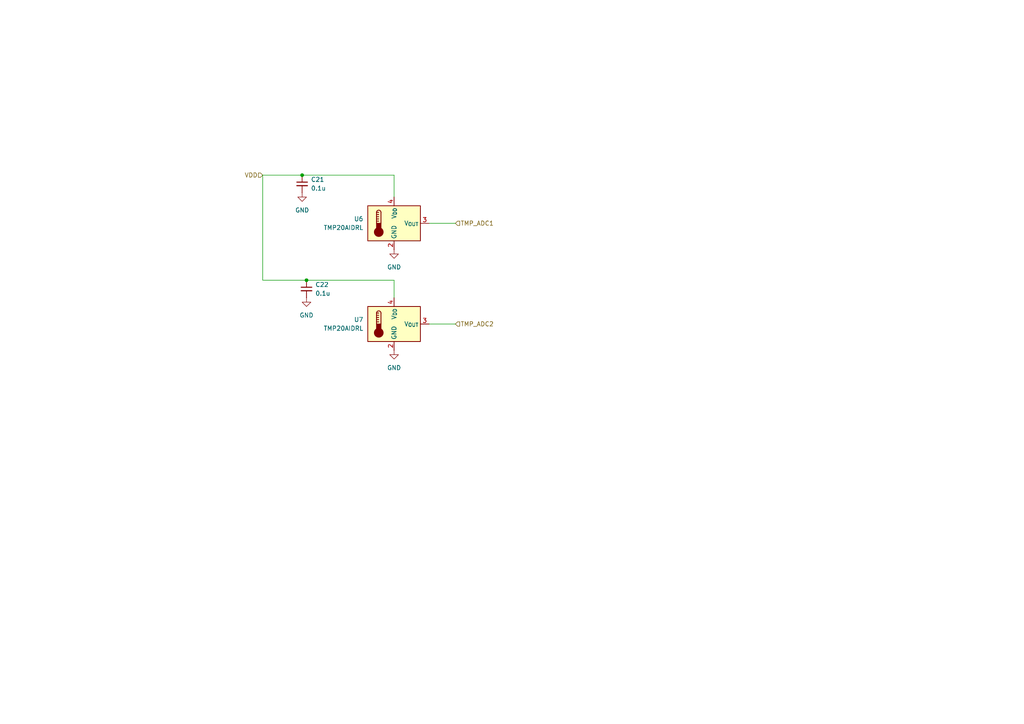
<source format=kicad_sch>
(kicad_sch (version 20250114) (generator "eeschema") (generator_version "9.0")
  (paper "A4")
  (lib_symbols
    (symbol "Device:C_Small" (pin_numbers (hide yes)) (pin_names (offset 0.254) (hide yes))
      (property "Reference" "C" (at 0.254 1.778 0))
      (property "Value" "C_Small" (at 0.254 -2.032 0))
      (symbol "C_Small_0_1"
        (polyline (pts (xy -1.524 0.508) (xy 1.524 0.508)) (stroke (width 0.3048)))
        (polyline (pts (xy -1.524 -0.508) (xy 1.524 -0.508)) (stroke (width 0.3302)))
      )
      (symbol "C_Small_1_1"
        (pin passive line (at 0 2.54 270) (length 2.032) (name "~") (number "1"))
        (pin passive line (at 0 -2.54 90) (length 2.032) (name "~") (number "2"))
      )
    )
    (symbol "Sensor_Temperature:TMP20AIDRL"
      (property "Reference" "U" (at -6.35 6.35 0))
      (property "Value" "TMP20AIDRL" (at 1.27 6.35 0))
      (symbol "TMP20AIDRL_0_1"
        (rectangle (start -7.62 5.08) (end 7.62 -5.08) (stroke (width 0.254)) (fill (type background)))
        (polyline (pts (xy -5.08 3.175) (xy -5.08 0)) (stroke (width 0.254)))
        (polyline (pts (xy -5.08 3.175) (xy -4.445 3.175)) (stroke (width 0.254)))
        (polyline (pts (xy -5.08 2.54) (xy -4.445 2.54)) (stroke (width 0.254)))
        (polyline (pts (xy -5.08 1.905) (xy -4.445 1.905)) (stroke (width 0.254)))
        (polyline (pts (xy -5.08 1.27) (xy -4.445 1.27)) (stroke (width 0.254)))
        (polyline (pts (xy -5.08 0.635) (xy -4.445 0.635)) (stroke (width 0.254)))
        (arc (start -5.08 3.175) (mid -4.445 3.8073) (end -3.81 3.175) (stroke (width 0.254)))
        (circle (center -4.445 -2.54) (radius 1.27) (stroke (width 0.254)) (fill (type outline)))
        (polyline (pts (xy -3.81 3.175) (xy -3.81 0)) (stroke (width 0.254)))
        (rectangle (start -3.81 -1.905) (end -5.08 0) (stroke (width 0.254)) (fill (type outline)))
      )
      (symbol "TMP20AIDRL_1_1"
        (pin power_in line (at 0 7.62 270) (length 2.54) (name "V_{DD}") (number "4"))
        (pin power_in line (at 0 -7.62 90) (length 2.54) (name "GND") (number "2"))
        (pin passive line (at 0 -7.62 90) (length 2.54) (hide yes) (name "GND") (number "6"))
        (pin no_connect line (at 7.62 2.54 180) (length 2.54) (hide yes) (name "NC") (number "5"))
        (pin no_connect line (at 7.62 -2.54 180) (length 2.54) (hide yes) (name "NC") (number "1"))
        (pin output line (at 10.16 0 180) (length 2.54) (name "V_{OUT}") (number "3"))
      )
    )
    (symbol "power:GND" (power) (pin_numbers (hide yes)) (pin_names (offset 0) (hide yes))
      (property "Value" "GND" (at 0 -3.81 0))
      (symbol "GND_0_1"
        (polyline (pts (xy 0 0) (xy 0 -1.27) (xy 1.27 -1.27) (xy 0 -2.54) (xy -1.27 -1.27) (xy 0 -1.27)))
      )
      (symbol "GND_1_1"
        (pin power_in line (at 0 0 270) (length 0) (name "~") (number "1"))
      )
    )
  )
  (junction (at 87.63 50.8))
  (junction (at 88.9 81.28))
  (wire (pts (xy 124.46 64.77) (xy 132.08 64.77)))
  (wire (pts (xy 114.3 81.28) (xy 114.3 86.36)))
  (wire (pts (xy 76.2 81.28) (xy 88.9 81.28)))
  (wire (pts (xy 88.9 81.28) (xy 114.3 81.28)))
  (wire (pts (xy 76.2 50.8) (xy 87.63 50.8)))
  (wire (pts (xy 76.2 50.8) (xy 76.2 81.28)))
  (wire (pts (xy 124.46 93.98) (xy 132.08 93.98)))
  (wire (pts (xy 87.63 50.8) (xy 114.3 50.8)))
  (wire (pts (xy 114.3 50.8) (xy 114.3 57.15)))
  (hierarchical_label "TMP_ADC1" (shape input) (at 132.08 64.77 0))
  (hierarchical_label "TMP_ADC2" (shape input) (at 132.08 93.98 0))
  (hierarchical_label "VDD" (shape input) (at 76.2 50.8 180))
  (symbol (lib_id "Sensor_Temperature:TMP20AIDRL") (at 114.3 93.98 0) (unit 1)
    (property "Reference" "U7" (at 105.41 92.7099 0) (effects (justify right)))
    (property "Value" "TMP20AIDRL" (at 105.41 95.2499 0) (effects (justify right)))
    (property "Footprint" "Package_TO_SOT_SMD:SOT-563" (effects (hide yes)))
    (property "Datasheet" "http://www.ti.com/lit/ds/symlink/tmp20.pdf" (effects (hide yes)))
    (property "Description" "Analog thermistor temperature sensor, ±2.5C accuracy, -55C to +130C, SOT-563-6" (effects (hide yes)))
  )
  (symbol (lib_id "Device:C_Small") (at 88.9 83.82 0) (unit 1)
    (property "Reference" "C22" (at 91.44 82.5562 0) (effects (justify left)))
    (property "Value" "0.1u" (at 91.44 85.0962 0) (effects (justify left)))
    (property "Footprint" "Capacitor_SMD:C_0603_1608Metric" (effects (hide yes)))
    (property "Description" "Unpolarized capacitor, small symbol" (effects (hide yes)))
  )
  (symbol (lib_id "power:GND") (at 87.63 55.88 0) (unit 1)
    (property "Reference" "#PWR031" (effects (hide yes)))
    (property "Value" "GND" (at 87.63 60.96 0))
    (property "Description" "Power symbol creates a global label with name \"GND\" , ground" (effects (hide yes)))
  )
  (symbol (lib_id "Device:C_Small") (at 87.63 53.34 0) (unit 1)
    (property "Reference" "C21" (at 90.17 52.0762 0) (effects (justify left)))
    (property "Value" "0.1u" (at 90.17 54.6162 0) (effects (justify left)))
    (property "Footprint" "Capacitor_SMD:C_0603_1608Metric" (effects (hide yes)))
    (property "Description" "Unpolarized capacitor, small symbol" (effects (hide yes)))
  )
  (symbol (lib_id "power:GND") (at 114.3 72.39 0) (unit 1)
    (property "Reference" "#PWR033" (effects (hide yes)))
    (property "Value" "GND" (at 114.3 77.47 0))
    (property "Description" "Power symbol creates a global label with name \"GND\" , ground" (effects (hide yes)))
  )
  (symbol (lib_id "Sensor_Temperature:TMP20AIDRL") (at 114.3 64.77 0) (unit 1)
    (property "Reference" "U6" (at 105.41 63.4999 0) (effects (justify right)))
    (property "Value" "TMP20AIDRL" (at 105.41 66.0399 0) (effects (justify right)))
    (property "Footprint" "Package_TO_SOT_SMD:SOT-563" (effects (hide yes)))
    (property "Datasheet" "http://www.ti.com/lit/ds/symlink/tmp20.pdf" (effects (hide yes)))
    (property "Description" "Analog thermistor temperature sensor, ±2.5C accuracy, -55C to +130C, SOT-563-6" (effects (hide yes)))
  )
  (symbol (lib_id "power:GND") (at 114.3 101.6 0) (unit 1)
    (property "Reference" "#PWR034" (effects (hide yes)))
    (property "Value" "GND" (at 114.3 106.68 0))
    (property "Description" "Power symbol creates a global label with name \"GND\" , ground" (effects (hide yes)))
  )
  (symbol (lib_id "power:GND") (at 88.9 86.36 0) (unit 1)
    (property "Reference" "#PWR032" (effects (hide yes)))
    (property "Value" "GND" (at 88.9 91.44 0))
    (property "Description" "Power symbol creates a global label with name \"GND\" , ground" (effects (hide yes)))
  )
)
</source>
